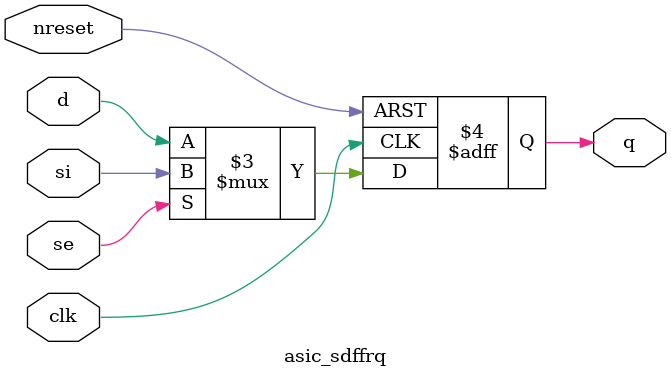
<source format=v>

module asic_sdffrq #(parameter PROP = "DEFAULT")   (
    input      d,
    input      si,
    input      se,
    input      clk,
    input      nreset,
    output reg q
    );

   always @ (posedge clk or negedge nreset)
     if(!nreset)
       q <= 1'b0;
     else
       q <= se ? si : d;

endmodule

</source>
